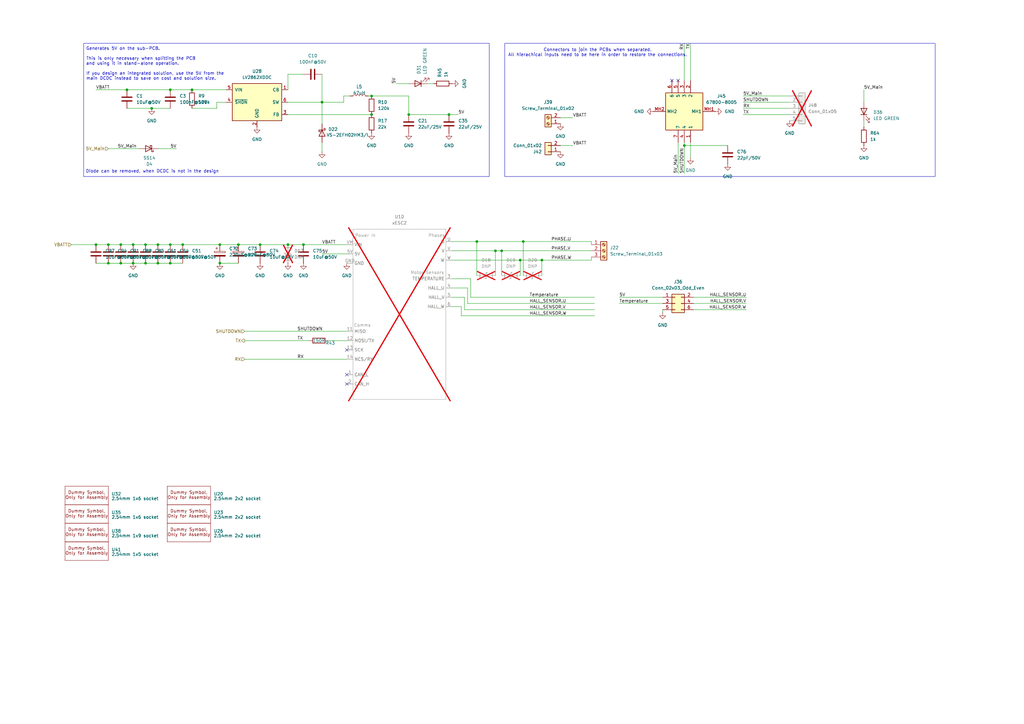
<source format=kicad_sch>
(kicad_sch (version 20231120) (generator "eeschema") (generator_version "8.0")
  (paper "A3")
  (lib_symbols
    (symbol "Connector:Screw_Terminal_01x02" (pin_names (offset 1.016) hide)
      (property "Reference" "J" (at 0 2.54 0))
      (property "Value" "Screw_Terminal_01x02" (at 0 -5.08 0))
      (symbol "Screw_Terminal_01x02_1_1"
        (pin passive line (at -5.08 0 0) (length 3.81) (name "Pin_1") (number "1"))
        (pin passive line (at -5.08 -2.54 0) (length 3.81) (name "Pin_2") (number "2"))
      )
    )
    (symbol "Connector:Screw_Terminal_01x03" (pin_names (offset 1.016) hide)
      (property "Reference" "J" (at 0 5.08 0))
      (property "Value" "Screw_Terminal_01x03" (at 0 -5.08 0))
      (symbol "Screw_Terminal_01x03_1_1"
        (pin passive line (at -5.08 2.54 0) (length 3.81) (name "Pin_1") (number "1"))
        (pin passive line (at -5.08 0 0) (length 3.81) (name "Pin_2") (number "2"))
        (pin passive line (at -5.08 -2.54 0) (length 3.81) (name "Pin_3") (number "3"))
      )
    )
    (symbol "Connector_Generic:Conn_01x02" (pin_names (offset 1.016) hide)
      (property "Reference" "J" (at 0 2.54 0))
      (property "Value" "Conn_01x02" (at 0 -5.08 0))
      (symbol "Conn_01x02_1_1"
        (pin passive line (at -5.08 0 0) (length 3.81) (name "Pin_1") (number "1"))
        (pin passive line (at -5.08 -2.54 0) (length 3.81) (name "Pin_2") (number "2"))
      )
    )
    (symbol "Connector_Generic:Conn_01x05" (pin_names (offset 1.016) hide)
      (property "Reference" "J" (at 0 7.62 0))
      (property "Value" "Conn_01x05" (at 0 -7.62 0))
      (symbol "Conn_01x05_1_1"
        (pin passive line (at -5.08 5.08 0) (length 3.81) (name "Pin_1") (number "1"))
        (pin passive line (at -5.08 2.54 0) (length 3.81) (name "Pin_2") (number "2"))
        (pin passive line (at -5.08 0 0) (length 3.81) (name "Pin_3") (number "3"))
        (pin passive line (at -5.08 -2.54 0) (length 3.81) (name "Pin_4") (number "4"))
        (pin passive line (at -5.08 -5.08 0) (length 3.81) (name "Pin_5") (number "5"))
      )
    )
    (symbol "Connector_Generic:Conn_02x03_Odd_Even" (pin_names (offset 1.016) hide)
      (property "Reference" "J" (at 1.27 5.08 0))
      (property "Value" "Conn_02x03_Odd_Even" (at 1.27 -5.08 0))
      (symbol "Conn_02x03_Odd_Even_1_1"
        (pin passive line (at -5.08 2.54 0) (length 3.81) (name "Pin_1") (number "1"))
        (pin passive line (at 7.62 2.54 180) (length 3.81) (name "Pin_2") (number "2"))
        (pin passive line (at -5.08 0 0) (length 3.81) (name "Pin_3") (number "3"))
        (pin passive line (at 7.62 0 180) (length 3.81) (name "Pin_4") (number "4"))
        (pin passive line (at -5.08 -2.54 0) (length 3.81) (name "Pin_5") (number "5"))
        (pin passive line (at 7.62 -2.54 180) (length 3.81) (name "Pin_6") (number "6"))
      )
    )
    (symbol "Device:C" (pin_numbers hide) (pin_names (offset 0.254))
      (property "Reference" "C" (at 0.635 2.54 0))
      (property "Value" "C" (at 0.635 -2.54 0))
      (symbol "C_1_1"
        (pin passive line (at 0 3.81 270) (length 2.794) (name "~") (number "1"))
        (pin passive line (at 0 -3.81 90) (length 2.794) (name "~") (number "2"))
      )
    )
    (symbol "Device:C_Polarized" (pin_numbers hide) (pin_names (offset 0.254))
      (property "Reference" "C" (at 0.635 2.54 0))
      (property "Value" "C_Polarized" (at 0.635 -2.54 0))
      (symbol "C_Polarized_1_1"
        (pin passive line (at 0 3.81 270) (length 2.794) (name "~") (number "1"))
        (pin passive line (at 0 -3.81 90) (length 2.794) (name "~") (number "2"))
      )
    )
    (symbol "Device:D_Schottky" (pin_numbers hide) (pin_names (offset 1.016) hide)
      (property "Reference" "D" (at 0 2.54 0))
      (property "Value" "D_Schottky" (at 0 -2.54 0))
      (symbol "D_Schottky_1_1"
        (pin passive line (at -3.81 0 0) (length 2.54) (name "K") (number "1"))
        (pin passive line (at 3.81 0 180) (length 2.54) (name "A") (number "2"))
      )
    )
    (symbol "Device:D_TVS" (pin_numbers hide) (pin_names (offset 1.016) hide)
      (property "Reference" "D" (at 0 2.54 0))
      (property "Value" "D_TVS" (at 0 -2.54 0))
      (symbol "D_TVS_1_1"
        (pin passive line (at -3.81 0 0) (length 2.54) (name "A1") (number "1"))
        (pin passive line (at 3.81 0 180) (length 2.54) (name "A2") (number "2"))
      )
    )
    (symbol "Device:L" (pin_numbers hide) (pin_names (offset 1.016) hide)
      (property "Reference" "L" (at -1.27 0 90))
      (property "Value" "L" (at 1.905 0 90))
      (symbol "L_1_1"
        (pin passive line (at 0 3.81 270) (length 1.27) (name "1") (number "1"))
        (pin passive line (at 0 -3.81 90) (length 1.27) (name "2") (number "2"))
      )
    )
    (symbol "Device:LED" (pin_numbers hide) (pin_names (offset 1.016) hide)
      (property "Reference" "D" (at 0 2.54 0))
      (property "Value" "LED" (at 0 -2.54 0))
      (symbol "LED_1_1"
        (pin passive line (at -3.81 0 0) (length 2.54) (name "K") (number "1"))
        (pin passive line (at 3.81 0 180) (length 2.54) (name "A") (number "2"))
      )
    )
    (symbol "Device:R" (pin_numbers hide) (pin_names (offset 0))
      (property "Reference" "R" (at 2.032 0 90))
      (property "Value" "R" (at 0 0 90))
      (symbol "R_1_1"
        (pin passive line (at 0 3.81 270) (length 1.27) (name "~") (number "1"))
        (pin passive line (at 0 -3.81 90) (length 1.27) (name "~") (number "2"))
      )
    )
    (symbol "Diode:SS14" (pin_numbers hide) (pin_names (offset 1.016) hide)
      (property "Reference" "D" (at 0 2.54 0))
      (property "Value" "SS14" (at 0 -2.54 0))
      (symbol "SS14_1_1"
        (pin passive line (at -3.81 0 0) (length 2.54) (name "K") (number "1"))
        (pin passive line (at 3.81 0 180) (length 2.54) (name "A") (number "2"))
      )
    )
    (symbol "Regulator_Switching:LV2862XDDC" (pin_names (offset 1.016))
      (property "Reference" "U" (at -10.16 11.43 0))
      (property "Value" "LV2862XDDC" (at -10.16 8.89 0))
      (symbol "LV2862XDDC_1_1"
        (pin input line (at 12.7 5.08 180) (length 2.54) (name "CB") (number "1"))
        (pin power_in line (at 0 -10.16 90) (length 2.54) (name "GND") (number "2"))
        (pin input line (at 12.7 -5.08 180) (length 2.54) (name "FB") (number "3"))
        (pin input line (at -12.7 0 0) (length 2.54) (name "~{SHDN}") (number "4"))
        (pin power_in line (at -12.7 5.08 0) (length 2.54) (name "VIN") (number "5"))
        (pin output line (at 12.7 0 180) (length 2.54) (name "SW") (number "6"))
      )
    )
    (symbol "SATA-Molex-67800-8005:67800-8005"
      (property "Reference" "J" (at 21.59 12.7 0))
      (property "Value" "67800-8005" (at 21.59 10.16 0))
      (symbol "67800-8005_1_1"
        (pin passive line (at 15.24 -12.7 90) (length 5.08) (name "1") (number "1"))
        (pin passive line (at 15.24 12.7 270) (length 5.08) (name "2") (number "2"))
        (pin passive line (at 12.7 12.7 270) (length 5.08) (name "3") (number "3"))
        (pin passive line (at 12.7 -12.7 90) (length 5.08) (name "4") (number "4"))
        (pin passive line (at 10.16 12.7 270) (length 5.08) (name "5") (number "5"))
        (pin passive line (at 7.62 12.7 270) (length 5.08) (name "6") (number "6"))
        (pin passive line (at 10.16 -12.7 90) (length 5.08) (name "7") (number "7"))
        (pin passive line (at 25.4 0 180) (length 5.08) (name "MH1") (number "MH1"))
        (pin passive line (at 0 0 0) (length 5.08) (name "MH2") (number "MH2"))
      )
    )
    (symbol "power:GND" (power) (pin_numbers hide) (pin_names (offset 0) hide)
      (property "Value" "GND" (at 0 -3.81 0))
      (symbol "GND_1_1"
        (pin power_in line (at 0 0 270) (length 0) (name "~") (number "1"))
      )
    )
    (symbol "xESC2:xESC2"
      (property "Reference" "U" (at -2.54 -22.86 0))
      (property "Value" "xESC2" (at -2.54 -25.4 0))
      (symbol "xESC2_0_0"
        (text "Comms" (at -17.78 10.16 0) (effects (font (size 1.27 1.27))))
        (text "Motor Sensors" (at 8.89 31.75 0) (effects (font (size 1.27 1.27))))
        (text "Phases" (at 12.7 46.99 0) (effects (font (size 1.27 1.27))))
        (text "Power In" (at -16.51 46.99 0) (effects (font (size 1.27 1.27))))
      )
      (symbol "xESC2_1_1"
        (pin input line (at -24.13 -10.16 0) (length 2.54) (name "CAN_L") (number "1"))
        (pin input line (at -24.13 7.62 0) (length 2.54) (name "MISO") (number "11"))
        (pin input line (at -24.13 3.81 0) (length 2.54) (name "MOSI/TX") (number "12"))
        (pin input line (at -24.13 0 0) (length 2.54) (name "SCK") (number "13"))
        (pin input line (at -24.13 -3.81 0) (length 2.54) (name "NCS/RX") (number "14"))
        (pin input line (at -24.13 -13.97 0) (length 2.54) (name "CAN_H") (number "2"))
        (pin input line (at 19.05 29.21 180) (length 2.54) (name "TEMPERATURE") (number "3"))
        (pin input line (at 19.05 25.4 180) (length 2.54) (name "HALL_U") (number "4"))
        (pin input line (at 19.05 21.59 180) (length 2.54) (name "HALL_V") (number "5"))
        (pin input line (at -24.13 39.37 0) (length 2.54) (name "5V") (number "5V"))
        (pin input line (at 19.05 17.78 180) (length 2.54) (name "HALL_W") (number "6"))
        (pin input line (at -24.13 35.56 0) (length 2.54) (name "GND") (number "GND"))
        (pin output line (at 19.05 44.45 180) (length 2.54) (name "U") (number "U"))
        (pin output line (at 19.05 40.64 180) (length 2.54) (name "V") (number "V"))
        (pin input line (at -24.13 43.18 0) (length 2.54) (name "VIN") (number "VM"))
        (pin output line (at 19.05 36.83 180) (length 2.54) (name "W") (number "W"))
      )
    )
    (symbol "xtech:Dummy"
      (property "Reference" "U" (at 0 0 0))
      (symbol "Dummy_1_1"
        (text "Dummy Symbol,\nOnly for Assembly" (at 8.89 4.064 0) (effects (font (size 1.27 1.27))))
      )
    )
  )
  (junction (at 54.61 100.33))
  (junction (at 44.45 100.33))
  (junction (at 203.2 102.87))
  (junction (at 124.46 100.33))
  (junction (at 69.85 107.95))
  (junction (at 132.08 41.91))
  (junction (at 39.37 100.33))
  (junction (at 52.07 36.83))
  (junction (at 64.77 100.33))
  (junction (at 152.4 46.99))
  (junction (at 152.4 39.37))
  (junction (at 64.77 107.95))
  (junction (at 118.11 100.33))
  (junction (at 167.64 46.99))
  (junction (at 59.69 100.33))
  (junction (at 59.69 107.95))
  (junction (at 106.68 100.33))
  (junction (at 69.85 100.33))
  (junction (at 97.79 100.33))
  (junction (at 214.63 99.06))
  (junction (at 54.61 107.95))
  (junction (at 195.58 99.06))
  (junction (at 62.23 44.45))
  (junction (at 280.67 59.69))
  (junction (at 184.15 46.99))
  (junction (at 44.45 107.95))
  (junction (at 49.53 107.95))
  (junction (at 205.74 102.87))
  (junction (at 49.53 100.33))
  (junction (at 90.17 100.33))
  (junction (at 69.85 36.83))
  (junction (at 213.36 106.68))
  (junction (at 222.25 106.68))
  (junction (at 78.74 36.83))
  (junction (at 90.17 107.95))
  (junction (at 74.93 100.33))
  (no_connect (at 142.24 153.67))
  (no_connect (at 142.24 143.51))
  (no_connect (at 275.59 33.02))
  (no_connect (at 278.13 33.02))
  (no_connect (at 142.24 157.48))
  (wire (pts (xy 304.8 44.45) (xy 323.85 44.45)))
  (wire (pts (xy 72.39 60.96) (xy 64.77 60.96)))
  (wire (pts (xy 140.97 41.91) (xy 132.08 41.91)))
  (wire (pts (xy 62.23 44.45) (xy 69.85 44.45)))
  (wire (pts (xy 354.33 36.83) (xy 354.33 41.91)))
  (wire (pts (xy 205.74 102.87) (xy 205.74 113.03)))
  (wire (pts (xy 229.87 48.26) (xy 234.95 48.26)))
  (wire (pts (xy 39.37 107.95) (xy 44.45 107.95)))
  (wire (pts (xy 354.33 49.53) (xy 354.33 52.07)))
  (wire (pts (xy 203.2 102.87) (xy 203.2 113.03)))
  (wire (pts (xy 185.42 102.87) (xy 203.2 102.87)))
  (wire (pts (xy 44.45 100.33) (xy 49.53 100.33)))
  (wire (pts (xy 189.23 125.73) (xy 189.23 129.54)))
  (wire (pts (xy 59.69 100.33) (xy 64.77 100.33)))
  (wire (pts (xy 242.57 99.06) (xy 242.57 100.33)))
  (wire (pts (xy 284.48 121.92) (xy 306.07 121.92)))
  (wire (pts (xy 175.26 34.29) (xy 177.8 34.29)))
  (wire (pts (xy 49.53 100.33) (xy 54.61 100.33)))
  (wire (pts (xy 69.85 100.33) (xy 74.93 100.33)))
  (wire (pts (xy 167.64 46.99) (xy 184.15 46.99)))
  (wire (pts (xy 132.08 41.91) (xy 132.08 30.48)))
  (wire (pts (xy 278.13 71.12) (xy 278.13 58.42)))
  (wire (pts (xy 214.63 99.06) (xy 242.57 99.06)))
  (wire (pts (xy 254 121.92) (xy 271.78 121.92)))
  (wire (pts (xy 118.11 41.91) (xy 132.08 41.91)))
  (wire (pts (xy 69.85 107.95) (xy 74.93 107.95)))
  (wire (pts (xy 195.58 99.06) (xy 214.63 99.06)))
  (wire (pts (xy 132.08 104.14) (xy 142.24 104.14)))
  (wire (pts (xy 78.74 36.83) (xy 92.71 36.83)))
  (wire (pts (xy 64.77 100.33) (xy 69.85 100.33)))
  (wire (pts (xy 152.4 39.37) (xy 167.64 39.37)))
  (wire (pts (xy 203.2 102.87) (xy 205.74 102.87)))
  (wire (pts (xy 90.17 100.33) (xy 97.79 100.33)))
  (wire (pts (xy 39.37 100.33) (xy 44.45 100.33)))
  (wire (pts (xy 271.78 127) (xy 271.78 128.27)))
  (wire (pts (xy 222.25 106.68) (xy 242.57 106.68)))
  (wire (pts (xy 283.21 64.77) (xy 283.21 58.42)))
  (wire (pts (xy 29.21 100.33) (xy 39.37 100.33)))
  (wire (pts (xy 306.07 127) (xy 284.48 127)))
  (wire (pts (xy 59.69 107.95) (xy 64.77 107.95)))
  (wire (pts (xy 191.77 118.11) (xy 191.77 124.46)))
  (wire (pts (xy 167.64 39.37) (xy 167.64 46.99)))
  (wire (pts (xy 52.07 36.83) (xy 69.85 36.83)))
  (wire (pts (xy 151.13 39.37) (xy 152.4 39.37)))
  (wire (pts (xy 134.62 139.7) (xy 142.24 139.7)))
  (wire (pts (xy 214.63 99.06) (xy 214.63 113.03)))
  (wire (pts (xy 64.77 107.95) (xy 69.85 107.95)))
  (wire (pts (xy 304.8 39.37) (xy 323.85 39.37)))
  (wire (pts (xy 118.11 46.99) (xy 152.4 46.99)))
  (wire (pts (xy 185.42 125.73) (xy 189.23 125.73)))
  (wire (pts (xy 190.5 127) (xy 243.84 127)))
  (wire (pts (xy 189.23 129.54) (xy 243.84 129.54)))
  (wire (pts (xy 100.33 135.89) (xy 142.24 135.89)))
  (wire (pts (xy 140.97 39.37) (xy 140.97 41.91)))
  (wire (pts (xy 283.21 17.78) (xy 283.21 33.02)))
  (wire (pts (xy 97.79 100.33) (xy 106.68 100.33)))
  (wire (pts (xy 185.42 106.68) (xy 213.36 106.68)))
  (wire (pts (xy 222.25 106.68) (xy 222.25 113.03)))
  (wire (pts (xy 132.08 58.42) (xy 132.08 62.23)))
  (wire (pts (xy 100.33 139.7) (xy 127 139.7)))
  (wire (pts (xy 124.46 100.33) (xy 142.24 100.33)))
  (wire (pts (xy 118.11 100.33) (xy 124.46 100.33)))
  (wire (pts (xy 52.07 44.45) (xy 62.23 44.45)))
  (wire (pts (xy 162.56 34.29) (xy 167.64 34.29)))
  (wire (pts (xy 44.45 60.96) (xy 57.15 60.96)))
  (wire (pts (xy 284.48 124.46) (xy 306.07 124.46)))
  (wire (pts (xy 106.68 100.33) (xy 118.11 100.33)))
  (wire (pts (xy 190.5 121.92) (xy 190.5 127)))
  (wire (pts (xy 185.42 99.06) (xy 195.58 99.06)))
  (wire (pts (xy 88.9 44.45) (xy 78.74 44.45)))
  (wire (pts (xy 195.58 99.06) (xy 195.58 113.03)))
  (wire (pts (xy 213.36 113.03) (xy 213.36 106.68)))
  (wire (pts (xy 100.33 147.32) (xy 142.24 147.32)))
  (wire (pts (xy 304.8 41.91) (xy 323.85 41.91)))
  (wire (pts (xy 304.8 46.99) (xy 323.85 46.99)))
  (wire (pts (xy 124.46 30.48) (xy 118.11 30.48)))
  (wire (pts (xy 280.67 58.42) (xy 280.67 59.69)))
  (wire (pts (xy 132.08 41.91) (xy 132.08 50.8)))
  (wire (pts (xy 184.15 46.99) (xy 187.96 46.99)))
  (wire (pts (xy 280.67 59.69) (xy 298.45 59.69)))
  (wire (pts (xy 191.77 124.46) (xy 243.84 124.46)))
  (wire (pts (xy 118.11 30.48) (xy 118.11 36.83)))
  (wire (pts (xy 280.67 59.69) (xy 280.67 71.12)))
  (wire (pts (xy 49.53 107.95) (xy 54.61 107.95)))
  (wire (pts (xy 193.04 114.3) (xy 193.04 121.92)))
  (wire (pts (xy 185.42 114.3) (xy 193.04 114.3)))
  (wire (pts (xy 242.57 106.68) (xy 242.57 105.41)))
  (wire (pts (xy 74.93 100.33) (xy 90.17 100.33)))
  (wire (pts (xy 280.67 17.78) (xy 280.67 33.02)))
  (wire (pts (xy 90.17 107.95) (xy 97.79 107.95)))
  (wire (pts (xy 92.71 41.91) (xy 88.9 41.91)))
  (wire (pts (xy 39.37 36.83) (xy 52.07 36.83)))
  (wire (pts (xy 54.61 100.33) (xy 59.69 100.33)))
  (wire (pts (xy 44.45 107.95) (xy 49.53 107.95)))
  (wire (pts (xy 140.97 39.37) (xy 143.51 39.37)))
  (wire (pts (xy 185.42 121.92) (xy 190.5 121.92)))
  (wire (pts (xy 54.61 107.95) (xy 59.69 107.95)))
  (wire (pts (xy 254 124.46) (xy 271.78 124.46)))
  (wire (pts (xy 88.9 41.91) (xy 88.9 44.45)))
  (wire (pts (xy 69.85 36.83) (xy 78.74 36.83)))
  (wire (pts (xy 213.36 106.68) (xy 222.25 106.68)))
  (wire (pts (xy 193.04 121.92) (xy 243.84 121.92)))
  (wire (pts (xy 205.74 102.87) (xy 242.57 102.87)))
  (wire (pts (xy 229.87 59.69) (xy 234.95 59.69)))
  (wire (pts (xy 185.42 118.11) (xy 191.77 118.11)))
  (rectangle (start 34.29 17.78) (end 200.66 72.39))
  (rectangle (start 207.01 17.78) (end 383.54 72.39))
  (text "Diode can be removed, when DCDC is not in the design" (at 62.484 70.358 0) (effects (font (size 1.27 1.27))))
  (text "Connectors to join the PCBs when separated.\nAll hierachical inputs need to be here in order to restore the connections." (at 245.11 21.59 0) (effects (font (size 1.27 1.27))))
  (text "Generates 5V on the sub-PCB.\n\nThis is only necessary when splitting the PCB \nand using it in stand-alone operation.\n\nIf you design an integrated solution, use the 5V from the \nmain DCDC instead to save on cost and solution size." (at 35.306 26.162 0) (effects (font (size 1.27 1.27)) (justify left)))
  (label "5V_Main" (at 354.33 36.83 0))
  (label "RX" (at 304.8 44.45 0))
  (label "SHUTDOWN" (at 280.67 71.12 90))
  (label "HALL_SENSOR.W" (at 217.17 129.54 0))
  (label "PHASE.W" (at 226.06 106.68 0))
  (label "HALL_SENSOR.U" (at 217.17 124.46 0))
  (label "5V" (at 132.08 104.14 0))
  (label "PHASE.V" (at 226.06 102.87 0))
  (label "PHASE.U" (at 226.06 99.06 0))
  (label "VBATT" (at 132.08 100.33 0))
  (label "VBATT" (at 234.95 59.69 0))
  (label "TX" (at 121.92 139.7 0))
  (label "VBATT" (at 39.37 36.83 0))
  (label "TX" (at 283.21 17.78 270))
  (label "HALL_SENSOR.U" (at 306.07 121.92 180))
  (label "HALL_SENSOR.V" (at 306.07 124.46 180))
  (label "HALL_SENSOR.V" (at 217.17 127 0))
  (label "HALL_SENSOR.W" (at 306.07 127 180))
  (label "RX" (at 121.92 147.32 0))
  (label "TX" (at 304.8 46.99 0))
  (label "VBATT" (at 234.95 48.26 0))
  (label "Temperature" (at 217.17 121.92 0))
  (label "5V_Main" (at 278.13 71.12 90))
  (label "5V" (at 187.96 46.99 0))
  (label "5V" (at 72.39 60.96 180))
  (label "SHUTDOWN" (at 121.92 135.89 0))
  (label "5V" (at 162.56 34.29 90))
  (label "5V_Main" (at 304.8 39.37 0))
  (label "5V" (at 254 121.92 0))
  (label "SHUTDOWN" (at 304.8 41.91 0))
  (label "RX" (at 280.67 17.78 270))
  (label "5V_Main" (at 48.26 60.96 0))
  (label "Temperature" (at 254 124.46 0))
  (hierarchical_label "RX" (shape input) (at 100.33 147.32 180))
  (hierarchical_label "VBATT" (shape input) (at 29.21 100.33 180))
  (hierarchical_label "5V_Main" (shape input) (at 44.45 60.96 180))
  (hierarchical_label "SHUTDOWN" (shape input) (at 100.33 135.89 180))
  (hierarchical_label "TX" (shape output) (at 100.33 139.7 180))
  (symbol (lib_id "power:GND") (at 354.33 59.69 0) (unit 1)
    (property "Reference" "#PWR029" (effects (hide yes)))
    (property "Value" "GND" (at 354.33 64.77 0))
    (property "Description" "Power symbol creates a global label with name \"GND\" , ground" (effects (hide yes)))
    (instances (project "hw-openmower-universal" (path "" (reference "#PWR029") (unit 1)) (path "" (reference "#PWR030") (unit 1)) (path "" (reference "#PWR061") (unit 1))))
  )
  (symbol (lib_id "Diode:SS14") (at 60.96 60.96 180) (unit 1)
    (property "Reference" "D4" (at 61.2775 67.31 0))
    (property "Value" "SS14" (at 61.2775 64.77 0))
    (property "Footprint" "Diode_SMD:D_SMA" (effects (hide yes)))
    (property "Datasheet" "https://www.vishay.com/docs/88746/ss12.pdf" (effects (hide yes)))
    (property "Description" "40V 1A Schottky Diode, SMA" (effects (hide yes)))
    (property "JLC" "C2480" (effects (hide yes)))
    (instances (project "hw-openmower-universal" (path "" (reference "D4") (unit 1)) (path "" (reference "D24") (unit 1)) (path "" (reference "D28") (unit 1))))
  )
  (symbol (lib_id "Device:LED") (at 171.45 34.29 180) (unit 1)
    (property "Reference" "D31" (at 171.7674 30.48 90) (effects (justify right)))
    (property "Value" "LED GREEN" (at 174.3074 30.48 90) (effects (justify right)))
    (property "Footprint" "LED_SMD:LED_0805_2012Metric" (effects (hide yes)))
    (property "Description" "Light emitting diode" (effects (hide yes)))
    (property "JLC" "C2297" (effects (hide yes)))
    (instances (project "hw-openmower-universal" (path "" (reference "D31") (unit 1)) (path "" (reference "D32") (unit 1)) (path "" (reference "D33") (unit 1))))
  )
  (symbol (lib_id "Device:C") (at 39.37 104.14 0) (unit 1)
    (property "Reference" "C97" (at 43.18 102.8699 0) (effects (justify left)))
    (property "Value" "10uF@50V" (at 43.18 105.4099 0) (effects (justify left)))
    (property "Footprint" "Capacitor_SMD:C_1206_3216Metric" (effects (hide yes)))
    (property "Description" "Unpolarized capacitor" (effects (hide yes)))
    (property "JLC" "C13585" (effects (hide yes)))
    (instances (project "hw-openmower-universal" (path "" (reference "C97") (unit 1)) (path "" (reference "C98") (unit 1)) (path "" (reference "C99") (unit 1))))
  )
  (symbol (lib_id "xtech:Dummy") (at 26.67 229.87 0) (unit 1)
    (property "Reference" "U41" (at 45.72 225.4249 0) (effects (justify left)))
    (property "Value" "2.54mm 1x5 socket" (at 45.72 227.33 0) (effects (justify left)))
    (property "Footprint" "xtech:Dummy" (effects (hide yes)))
    (property "JLC" "C7509517" (effects (hide yes)))
    (instances (project "hw-openmower-universal" (path "" (reference "U41") (unit 1)) (path "" (reference "U39") (unit 1)) (path "" (reference "U40") (unit 1))))
  )
  (symbol (lib_id "power:GND") (at 184.15 54.61 0) (unit 1)
    (property "Reference" "#PWR035" (effects (hide yes)))
    (property "Value" "GND" (at 184.15 59.69 0))
    (property "Description" "Power symbol creates a global label with name \"GND\" , ground" (effects (hide yes)))
    (instances (project "hw-openmower-universal" (path "" (reference "#PWR035") (unit 1)) (path "" (reference "#PWR069") (unit 1)) (path "" (reference "#PWR079") (unit 1))))
  )
  (symbol (lib_id "Device:D_TVS") (at 118.11 104.14 90) (unit 1) (dnp yes)
    (property "Reference" "D17" (at 120.65 102.8699 90) (effects (justify right)))
    (property "Value" "DNP" (at 120.65 105.4099 90) (effects (justify right)))
    (property "Footprint" "Diode_SMD:D_SMA" (effects (hide yes)))
    (property "Config" "do not place" (effects (hide yes)))
    (property "DNP" "Y" (effects (hide yes)))
    (instances (project "hw-openmower-universal" (path "" (reference "D17") (unit 1)) (path "" (reference "D7") (unit 1)) (path "" (reference "D11") (unit 1))))
  )
  (symbol (lib_id "xESC2:xESC2") (at 166.37 143.51 0) (unit 1) (dnp yes)
    (property "Reference" "U10" (at 163.83 88.9 0))
    (property "Value" "xESC2" (at 163.83 91.44 0))
    (property "Footprint" "xtech:xESC2-mini" (effects (hide yes)))
    (instances (project "hw-openmower-universal" (path "" (reference "U10") (unit 1)) (path "" (reference "U8") (unit 1)) (path "" (reference "U9") (unit 1))))
  )
  (symbol (lib_id "Regulator_Switching:LV2862XDDC") (at 105.41 41.91 0) (unit 1)
    (property "Reference" "U28" (at 105.41 29.21 0))
    (property "Value" "LV2862XDDC" (at 105.41 31.75 0))
    (property "Footprint" "Package_TO_SOT_SMD:SOT-23-6" (effects (hide yes)))
    (property "Datasheet" "https://www.ti.com/lit/ds/symlink/lv2862.pdf" (effects (hide yes)))
    (property "Description" "60V, 0.6A, stepdown, DC/DC converter, 770kHz" (effects (hide yes)))
    (property "JLC" "C3200285" (effects (hide yes)))
    (instances (project "hw-openmower-universal" (path "" (reference "U28") (unit 1)) (path "" (reference "U29") (unit 1)) (path "" (reference "U47") (unit 1))))
  )
  (symbol (lib_id "power:GND") (at 185.42 34.29 90) (unit 1)
    (property "Reference" "#PWR026" (effects (hide yes)))
    (property "Value" "GND" (at 190.5 34.29 0))
    (property "Description" "Power symbol creates a global label with name \"GND\" , ground" (effects (hide yes)))
    (instances (project "hw-openmower-universal" (path "" (reference "#PWR026") (unit 1)) (path "" (reference "#PWR027") (unit 1)) (path "" (reference "#PWR028") (unit 1))))
  )
  (symbol (lib_id "Device:C") (at 298.45 63.5 0) (unit 1)
    (property "Reference" "C76" (at 302.26 62.2299 0) (effects (justify left)))
    (property "Value" "22pF/50V" (at 302.26 64.7699 0) (effects (justify left)))
    (property "Footprint" "Capacitor_SMD:C_0603_1608Metric" (effects (hide yes)))
    (property "Description" "Unpolarized capacitor" (effects (hide yes)))
    (property "JLC" "C1653" (effects (hide yes)))
    (instances (project "hw-openmower-universal" (path "" (reference "C76") (unit 1)) (path "" (reference "C109") (unit 1)) (path "" (reference "C110") (unit 1))))
  )
  (symbol (lib_id "Device:D_TVS") (at 218.44 113.03 180) (unit 1) (dnp yes)
    (property "Reference" "D20" (at 218.44 106.68 0))
    (property "Value" "DNP" (at 218.44 109.22 0))
    (property "Footprint" "Diode_SMD:D_SMB" (effects (hide yes)))
    (property "Config" "do not place" (effects (hide yes)))
    (property "DNP" "Y" (effects (hide yes)))
    (instances (project "hw-openmower-universal" (path "" (reference "D20") (unit 1)) (path "" (reference "D10") (unit 1)) (path "" (reference "D14") (unit 1))))
  )
  (symbol (lib_id "xtech:Dummy") (at 68.58 207.01 0) (unit 1)
    (property "Reference" "U20" (at 87.63 202.5649 0) (effects (justify left)))
    (property "Value" "2.54mm 2x2 socket" (at 87.63 204.47 0) (effects (justify left)))
    (property "Footprint" "xtech:Dummy" (effects (hide yes)))
    (property "JLC" "C92273" (effects (hide yes)))
    (instances (project "hw-openmower-universal" (path "" (reference "U20") (unit 1)) (path "" (reference "U18") (unit 1)) (path "" (reference "U19") (unit 1))))
  )
  (symbol (lib_id "Device:C") (at 128.27 30.48 270) (unit 1)
    (property "Reference" "C10" (at 128.27 22.86 90))
    (property "Value" "100nF@50V" (at 128.27 25.4 90))
    (property "Footprint" "Capacitor_SMD:C_0402_1005Metric" (effects (hide yes)))
    (property "Description" "Unpolarized capacitor" (effects (hide yes)))
    (property "JLC" "C307331" (effects (hide yes)))
    (instances (project "hw-openmower-universal" (path "" (reference "C10") (unit 1)) (path "" (reference "C101") (unit 1)) (path "" (reference "C106") (unit 1))))
  )
  (symbol (lib_id "power:GND") (at 267.97 45.72 270) (unit 1)
    (property "Reference" "#PWR094" (effects (hide yes)))
    (property "Value" "GND" (at 264.16 45.7199 90) (effects (justify right)))
    (property "Description" "Power symbol creates a global label with name \"GND\" , ground" (effects (hide yes)))
    (instances (project "hw-openmower-universal" (path "" (reference "#PWR094") (unit 1)) (path "" (reference "#PWR095") (unit 1)) (path "" (reference "#PWR096") (unit 1))))
  )
  (symbol (lib_id "power:GND") (at 271.78 128.27 0) (mirror y) (unit 1)
    (property "Reference" "#PWR085" (effects (hide yes)))
    (property "Value" "GND" (at 271.78 133.35 0))
    (property "Description" "Power symbol creates a global label with name \"GND\" , ground" (effects (hide yes)))
    (instances (project "hw-openmower-universal" (path "" (reference "#PWR085") (unit 1)) (path "" (reference "#PWR086") (unit 1)) (path "" (reference "#PWR087") (unit 1))))
  )
  (symbol (lib_id "Device:R") (at 78.74 40.64 0) (unit 1)
    (property "Reference" "R9" (at 81.28 39.3699 0) (effects (justify left)))
    (property "Value" "100k" (at 81.28 41.9099 0) (effects (justify left)))
    (property "Footprint" "Resistor_SMD:R_0402_1005Metric" (effects (hide yes)))
    (property "Description" "Resistor" (effects (hide yes)))
    (property "JLC" "C25741" (effects (hide yes)))
    (instances (project "hw-openmower-universal" (path "" (reference "R9") (unit 1)) (path "" (reference "R27") (unit 1)) (path "" (reference "R30") (unit 1))))
  )
  (symbol (lib_id "Device:C") (at 124.46 104.14 0) (unit 1)
    (property "Reference" "C75" (at 128.27 102.8699 0) (effects (justify left)))
    (property "Value" "10uF@50V" (at 128.27 105.4099 0) (effects (justify left)))
    (property "Footprint" "Capacitor_SMD:C_1206_3216Metric" (effects (hide yes)))
    (property "Description" "Unpolarized capacitor" (effects (hide yes)))
    (property "JLC" "C13585" (effects (hide yes)))
    (instances (project "hw-openmower-universal" (path "" (reference "C75") (unit 1)) (path "" (reference "C67") (unit 1)) (path "" (reference "C71") (unit 1))))
  )
  (symbol (lib_id "Device:C") (at 69.85 40.64 0) (unit 1)
    (property "Reference" "C3" (at 73.66 39.3699 0) (effects (justify left)))
    (property "Value" "100nF@50V" (at 73.66 41.9099 0) (effects (justify left)))
    (property "Footprint" "Capacitor_SMD:C_0402_1005Metric" (effects (hide yes)))
    (property "Description" "Unpolarized capacitor" (effects (hide yes)))
    (property "JLC" "C307331" (effects (hide yes)))
    (instances (project "hw-openmower-universal" (path "" (reference "C3") (unit 1)) (path "" (reference "C100") (unit 1)) (path "" (reference "C105") (unit 1))))
  )
  (symbol (lib_id "power:GND") (at 62.23 44.45 0) (unit 1)
    (property "Reference" "#PWR01" (effects (hide yes)))
    (property "Value" "GND" (at 62.23 49.53 0))
    (property "Description" "Power symbol creates a global label with name \"GND\" , ground" (effects (hide yes)))
    (instances (project "hw-openmower-universal" (path "" (reference "#PWR01") (unit 1)) (path "" (reference "#PWR036") (unit 1)) (path "" (reference "#PWR070") (unit 1))))
  )
  (symbol (lib_id "xtech:Dummy") (at 26.67 222.25 0) (unit 1)
    (property "Reference" "U38" (at 45.72 217.8049 0) (effects (justify left)))
    (property "Value" "2.54mm 1x9 socket" (at 45.72 219.71 0) (effects (justify left)))
    (property "Footprint" "xtech:Dummy" (effects (hide yes)))
    (property "JLC" "C7509520" (effects (hide yes)))
    (instances (project "hw-openmower-universal" (path "" (reference "U38") (unit 1)) (path "" (reference "U36") (unit 1)) (path "" (reference "U37") (unit 1))))
  )
  (symbol (lib_id "power:GND") (at 132.08 62.23 0) (unit 1)
    (property "Reference" "#PWR021" (effects (hide yes)))
    (property "Value" "GND" (at 132.08 67.31 0))
    (property "Description" "Power symbol creates a global label with name \"GND\" , ground" (effects (hide yes)))
    (instances (project "hw-openmower-universal" (path "" (reference "#PWR021") (unit 1)) (path "" (reference "#PWR066") (unit 1)) (path "" (reference "#PWR073") (unit 1))))
  )
  (symbol (lib_id "Device:C") (at 64.77 104.14 0) (unit 1)
    (property "Reference" "C61" (at 68.58 102.8699 0) (effects (justify left)))
    (property "Value" "10uF@50V" (at 68.58 105.4099 0) (effects (justify left)))
    (property "Footprint" "Capacitor_SMD:C_1206_3216Metric" (effects (hide yes)))
    (property "Description" "Unpolarized capacitor" (effects (hide yes)))
    (property "JLC" "C13585" (effects (hide yes)))
    (instances (project "hw-openmower-universal" (path "" (reference "C61") (unit 1)) (path "" (reference "C62") (unit 1)) (path "" (reference "C77") (unit 1))))
  )
  (symbol (lib_id "power:GND") (at 142.24 107.95 0) (unit 1)
    (property "Reference" "#PWR0137" (effects (hide yes)))
    (property "Value" "GND" (at 142.24 113.03 0))
    (property "Description" "Power symbol creates a global label with name \"GND\" , ground" (effects (hide yes)))
    (instances (project "hw-openmower-universal" (path "" (reference "#PWR0137") (unit 1)) (path "" (reference "#PWR0125") (unit 1)) (path "" (reference "#PWR0131") (unit 1))))
  )
  (symbol (lib_id "power:GND") (at 298.45 67.31 0) (unit 1)
    (property "Reference" "#PWR0157" (effects (hide yes)))
    (property "Value" "GND" (at 298.45 72.39 0))
    (property "Description" "Power symbol creates a global label with name \"GND\" , ground" (effects (hide yes)))
    (instances (project "hw-openmower-universal" (path "" (reference "#PWR0157") (unit 1)) (path "" (reference "#PWR0159") (unit 1)) (path "" (reference "#PWR0160") (unit 1))))
  )
  (symbol (lib_id "Device:L") (at 147.32 39.37 90) (unit 1)
    (property "Reference" "L5" (at 147.32 35.56 90))
    (property "Value" "47uH" (at 147.32 38.1 90))
    (property "Footprint" "Inductor_SMD:L_Sunlord_SWPA5040S" (effects (hide yes)))
    (property "Description" "Inductor" (effects (hide yes)))
    (property "JLC" "C86617" (effects (hide yes)))
    (instances (project "hw-openmower-universal" (path "" (reference "L5") (unit 1)) (path "" (reference "L6") (unit 1)) (path "" (reference "L7") (unit 1))))
  )
  (symbol (lib_id "xtech:Dummy") (at 26.67 214.63 0) (unit 1)
    (property "Reference" "U35" (at 45.72 210.1849 0) (effects (justify left)))
    (property "Value" "2.54mm 1x6 socket" (at 45.72 212.09 0) (effects (justify left)))
    (property "Footprint" "xtech:Dummy" (effects (hide yes)))
    (property "JLC" "C7509518" (effects (hide yes)))
    (instances (project "hw-openmower-universal" (path "" (reference "U35") (unit 1)) (path "" (reference "U33") (unit 1)) (path "" (reference "U34") (unit 1))))
  )
  (symbol (lib_id "xtech:Dummy") (at 26.67 207.01 0) (unit 1)
    (property "Reference" "U32" (at 45.72 202.5649 0) (effects (justify left)))
    (property "Value" "2.54mm 1x6 socket" (at 45.72 204.47 0) (effects (justify left)))
    (property "Footprint" "xtech:Dummy" (effects (hide yes)))
    (property "JLC" "C7509518" (effects (hide yes)))
    (instances (project "hw-openmower-universal" (path "" (reference "U32") (unit 1)) (path "" (reference "U30") (unit 1)) (path "" (reference "U31") (unit 1))))
  )
  (symbol (lib_id "xtech:Dummy") (at 68.58 214.63 0) (unit 1)
    (property "Reference" "U23" (at 87.63 210.1849 0) (effects (justify left)))
    (property "Value" "2.54mm 2x2 socket" (at 87.63 212.09 0) (effects (justify left)))
    (property "Footprint" "xtech:Dummy" (effects (hide yes)))
    (property "JLC" "C92273" (effects (hide yes)))
    (instances (project "hw-openmower-universal" (path "" (reference "U23") (unit 1)) (path "" (reference "U21") (unit 1)) (path "" (reference "U22") (unit 1))))
  )
  (symbol (lib_id "SATA-Molex-67800-8005:67800-8005") (at 267.97 45.72 0) (unit 1)
    (property "Reference" "J45" (at 295.91 39.4014 0))
    (property "Value" "67800-8005" (at 295.91 41.9414 0))
    (property "Footprint" "SATA-Molex-67800-8005:SATA-Molex-67800-8005" (effects (hide yes)))
    (property "Datasheet" "https://www.molex.com/pdm_docs/sd/678008002_sd.pdf" (effects (hide yes)))
    (property "Description" "I/O Connectors 7Ckt Vert Signal Hdr w/tabs locking latch" (effects (hide yes)))
    (property "Height" "8.65" (effects (hide yes)))
    (property "Mouser Part Number" "538-67800-8005" (effects (hide yes)))
    (property "Mouser Price/Stock" "https://www.mouser.co.uk/ProductDetail/Molex/67800-8005?qs=D%252By4jQJzx8LhJdDBDe0z1w%3D%3D" (effects (hide yes)))
    (property "Manufacturer_Name" "Molex" (effects (hide yes)))
    (property "Manufacturer_Part_Number" "67800-8005" (effects (hide yes)))
    (property "JLC" "C7500843" (effects (hide yes)))
    (instances (project "hw-openmower-universal" (path "" (reference "J45") (unit 1)) (path "" (reference "J46") (unit 1)) (path "" (reference "J47") (unit 1))))
  )
  (symbol (lib_id "Device:R") (at 354.33 55.88 0) (unit 1)
    (property "Reference" "R64" (at 356.87 54.6099 0) (effects (justify left)))
    (property "Value" "1k" (at 356.87 57.1499 0) (effects (justify left)))
    (property "Footprint" "Resistor_SMD:R_0805_2012Metric" (effects (hide yes)))
    (property "Description" "Resistor" (effects (hide yes)))
    (property "JLC" "C17513" (effects (hide yes)))
    (instances (project "hw-openmower-universal" (path "" (reference "R64") (unit 1)) (path "" (reference "R65") (unit 1)) (path "" (reference "R78") (unit 1))))
  )
  (symbol (lib_id "Device:C") (at 54.61 104.14 0) (unit 1)
    (property "Reference" "C88" (at 58.42 102.8699 0) (effects (justify left)))
    (property "Value" "10uF@50V" (at 58.42 105.4099 0) (effects (justify left)))
    (property "Footprint" "Capacitor_SMD:C_1206_3216Metric" (effects (hide yes)))
    (property "Description" "Unpolarized capacitor" (effects (hide yes)))
    (property "JLC" "C13585" (effects (hide yes)))
    (instances (project "hw-openmower-universal" (path "" (reference "C88") (unit 1)) (path "" (reference "C89") (unit 1)) (path "" (reference "C90") (unit 1))))
  )
  (symbol (lib_id "Device:R") (at 152.4 43.18 0) (unit 1)
    (property "Reference" "R10" (at 154.94 41.9099 0) (effects (justify left)))
    (property "Value" "120k" (at 154.94 44.4499 0) (effects (justify left)))
    (property "Footprint" "Resistor_SMD:R_0603_1608Metric" (effects (hide yes)))
    (property "Description" "Resistor" (effects (hide yes)))
    (property "JLC" "C25808" (effects (hide yes)))
    (instances (project "hw-openmower-universal" (path "" (reference "R10") (unit 1)) (path "" (reference "R28") (unit 1)) (path "" (reference "R31") (unit 1))))
  )
  (symbol (lib_id "Device:LED") (at 354.33 45.72 90) (unit 1)
    (property "Reference" "D36" (at 358.14 46.0374 90) (effects (justify right)))
    (property "Value" "LED GREEN" (at 358.14 48.5774 90) (effects (justify right)))
    (property "Footprint" "LED_SMD:LED_0805_2012Metric" (effects (hide yes)))
    (property "Description" "Light emitting diode" (effects (hide yes)))
    (property "JLC" "C2297" (effects (hide yes)))
    (instances (project "hw-openmower-universal" (path "" (reference "D36") (unit 1)) (path "" (reference "D37") (unit 1)) (path "" (reference "D38") (unit 1))))
  )
  (symbol (lib_id "Connector_Generic:Conn_01x05") (at 328.93 44.45 0) (unit 1) (dnp yes)
    (property "Reference" "J48" (at 331.47 43.1799 0) (effects (justify left)))
    (property "Value" "Conn_01x05" (at 331.47 45.7199 0) (effects (justify left)))
    (property "Footprint" "Connector_PinHeader_2.54mm:PinHeader_1x05_P2.54mm_Vertical" (effects (hide yes)))
    (property "Description" "Generic connector, single row, 01x05, script generated (kicad-library-utils/schlib/autogen/connector/)" (effects (hide yes)))
    (instances (project "hw-openmower-universal" (path "" (reference "J48") (unit 1)) (path "" (reference "J49") (unit 1)) (path "" (reference "J50") (unit 1))))
  )
  (symbol (lib_id "Device:C") (at 59.69 104.14 0) (unit 1)
    (property "Reference" "C85" (at 63.5 102.8699 0) (effects (justify left)))
    (property "Value" "10uF@50V" (at 63.5 105.4099 0) (effects (justify left)))
    (property "Footprint" "Capacitor_SMD:C_1206_3216Metric" (effects (hide yes)))
    (property "Description" "Unpolarized capacitor" (effects (hide yes)))
    (property "JLC" "C13585" (effects (hide yes)))
    (instances (project "hw-openmower-universal" (path "" (reference "C85") (unit 1)) (path "" (reference "C86") (unit 1)) (path "" (reference "C87") (unit 1))))
  )
  (symbol (lib_id "power:GND") (at 106.68 107.95 0) (unit 1)
    (property "Reference" "#PWR0134" (effects (hide yes)))
    (property "Value" "GND" (at 106.68 113.03 0))
    (property "Description" "Power symbol creates a global label with name \"GND\" , ground" (effects (hide yes)))
    (instances (project "hw-openmower-universal" (path "" (reference "#PWR0134") (unit 1)) (path "" (reference "#PWR0122") (unit 1)) (path "" (reference "#PWR0128") (unit 1))))
  )
  (symbol (lib_id "Device:C") (at 167.64 50.8 0) (unit 1)
    (property "Reference" "C21" (at 171.45 49.5299 0) (effects (justify left)))
    (property "Value" "22uF/25V" (at 171.45 52.0699 0) (effects (justify left)))
    (property "Footprint" "Capacitor_SMD:C_0805_2012Metric" (effects (hide yes)))
    (property "Description" "Unpolarized capacitor" (effects (hide yes)))
    (property "JLC" "C45783" (effects (hide yes)))
    (instances (project "hw-openmower-universal" (path "" (reference "C21") (unit 1)) (path "" (reference "C102") (unit 1)) (path "" (reference "C107") (unit 1))))
  )
  (symbol (lib_id "Device:C") (at 52.07 40.64 0) (unit 1)
    (property "Reference" "C1" (at 55.88 39.3699 0) (effects (justify left)))
    (property "Value" "10uF@50V" (at 55.88 41.9099 0) (effects (justify left)))
    (property "Footprint" "Capacitor_SMD:C_1206_3216Metric" (effects (hide yes)))
    (property "Description" "Unpolarized capacitor" (effects (hide yes)))
    (property "JLC" "C13585" (effects (hide yes)))
    (instances (project "hw-openmower-universal" (path "" (reference "C1") (unit 1)) (path "" (reference "C36") (unit 1)) (path "" (reference "C104") (unit 1))))
  )
  (symbol (lib_id "Connector:Screw_Terminal_01x02") (at 224.79 50.8 180) (unit 1)
    (property "Reference" "J39" (at 224.79 41.91 0))
    (property "Value" "Screw_Terminal_01x02" (at 224.79 44.45 0))
    (property "Footprint" "TerminalBlock_Phoenix:TerminalBlock_Phoenix_MKDS-1,5-2-5.08_1x02_P5.08mm_Horizontal" (effects (hide yes)))
    (property "Description" "Generic screw terminal, single row, 01x02, script generated (kicad-library-utils/schlib/autogen/connector/)" (effects (hide yes)))
    (property "JLC" "C557665" (effects (hide yes)))
    (instances (project "hw-openmower-universal" (path "" (reference "J39") (unit 1)) (path "" (reference "J40") (unit 1)) (path "" (reference "J41") (unit 1))))
  )
  (symbol (lib_id "power:GND") (at 105.41 52.07 0) (unit 1)
    (property "Reference" "#PWR010" (effects (hide yes)))
    (property "Value" "GND" (at 105.41 57.15 0))
    (property "Description" "Power symbol creates a global label with name \"GND\" , ground" (effects (hide yes)))
    (instances (project "hw-openmower-universal" (path "" (reference "#PWR010") (unit 1)) (path "" (reference "#PWR037") (unit 1)) (path "" (reference "#PWR072") (unit 1))))
  )
  (symbol (lib_id "power:GND") (at 293.37 45.72 90) (unit 1)
    (property "Reference" "#PWR097" (effects (hide yes)))
    (property "Value" "GND" (at 297.18 45.7199 90) (effects (justify right)))
    (property "Description" "Power symbol creates a global label with name \"GND\" , ground" (effects (hide yes)))
    (instances (project "hw-openmower-universal" (path "" (reference "#PWR097") (unit 1)) (path "" (reference "#PWR098") (unit 1)) (path "" (reference "#PWR099") (unit 1))))
  )
  (symbol (lib_id "Device:C") (at 184.15 50.8 0) (unit 1)
    (property "Reference" "C35" (at 187.96 49.5299 0) (effects (justify left)))
    (property "Value" "22uF/25V" (at 187.96 52.0699 0) (effects (justify left)))
    (property "Footprint" "Capacitor_SMD:C_0805_2012Metric" (effects (hide yes)))
    (property "Description" "Unpolarized capacitor" (effects (hide yes)))
    (property "JLC" "C45783" (effects (hide yes)))
    (instances (project "hw-openmower-universal" (path "" (reference "C35") (unit 1)) (path "" (reference "C103") (unit 1)) (path "" (reference "C108") (unit 1))))
  )
  (symbol (lib_id "Connector:Screw_Terminal_01x03") (at 247.65 102.87 0) (unit 1)
    (property "Reference" "J22" (at 250.19 101.5999 0) (effects (justify left)))
    (property "Value" "Screw_Terminal_01x03" (at 250.19 104.1399 0) (effects (justify left)))
    (property "Footprint" "TerminalBlock_Phoenix:TerminalBlock_Phoenix_MKDS-1,5-3-5.08_1x03_P5.08mm_Horizontal" (effects (hide yes)))
    (property "Description" "Generic screw terminal, single row, 01x03, script generated (kicad-library-utils/schlib/autogen/connector/)" (effects (hide yes)))
    (property "JLC" "C557666" (effects (hide yes)))
    (instances (project "hw-openmower-universal" (path "" (reference "J22") (unit 1)) (path "" (reference "J34") (unit 1)) (path "" (reference "J35") (unit 1))))
  )
  (symbol (lib_id "Device:R") (at 130.81 139.7 90) (unit 1)
    (property "Reference" "R43" (at 137.414 140.716 90) (effects (justify left)))
    (property "Value" "150R" (at 133.35 139.7 90) (effects (justify left)))
    (property "Footprint" "Resistor_SMD:R_0603_1608Metric" (effects (hide yes)))
    (property "Description" "Resistor" (effects (hide yes)))
    (property "JLC" "C22808" (effects (hide yes)))
    (instances (project "hw-openmower-universal" (path "" (reference "R43") (unit 1)) (path "" (reference "R70") (unit 1)) (path "" (reference "R77") (unit 1))))
  )
  (symbol (lib_id "Device:C") (at 49.53 104.14 0) (unit 1)
    (property "Reference" "C91" (at 53.34 102.8699 0) (effects (justify left)))
    (property "Value" "10uF@50V" (at 53.34 105.4099 0) (effects (justify left)))
    (property "Footprint" "Capacitor_SMD:C_1206_3216Metric" (effects (hide yes)))
    (property "Description" "Unpolarized capacitor" (effects (hide yes)))
    (property "JLC" "C13585" (effects (hide yes)))
    (instances (project "hw-openmower-universal" (path "" (reference "C91") (unit 1)) (path "" (reference "C92") (unit 1)) (path "" (reference "C93") (unit 1))))
  )
  (symbol (lib_id "Connector_Generic:Conn_01x02") (at 224.79 62.23 180) (unit 1)
    (property "Reference" "J42" (at 222.25 62.2301 0) (effects (justify left)))
    (property "Value" "Conn_01x02" (at 222.25 59.6901 0) (effects (justify left)))
    (property "Footprint" "Connector_AMASS:AMASS_XT30U-M_1x02_P5.0mm_Vertical" (effects (hide yes)))
    (property "Description" "Generic connector, single row, 01x02, script generated (kicad-library-utils/schlib/autogen/connector/)" (effects (hide yes)))
    (property "JLC" "C99101" (effects (hide yes)))
    (instances (project "hw-openmower-universal" (path "" (reference "J42") (unit 1)) (path "" (reference "J43") (unit 1)) (path "" (reference "J44") (unit 1))))
  )
  (symbol (lib_id "Device:C") (at 74.93 104.14 0) (unit 1)
    (property "Reference" "C51" (at 78.74 102.8699 0) (effects (justify left)))
    (property "Value" "10uF@50V" (at 78.74 105.4099 0) (effects (justify left)))
    (property "Footprint" "Capacitor_SMD:C_1206_3216Metric" (effects (hide yes)))
    (property "Description" "Unpolarized capacitor" (effects (hide yes)))
    (property "JLC" "C13585" (effects (hide yes)))
    (instances (project "hw-openmower-universal" (path "" (reference "C51") (unit 1)) (path "" (reference "C52") (unit 1)) (path "" (reference "C53") (unit 1))))
  )
  (symbol (lib_id "Device:C_Polarized") (at 90.17 104.14 0) (unit 1)
    (property "Reference" "C72" (at 93.98 101.9809 0) (effects (justify left)))
    (property "Value" "220uF@80V" (at 93.98 104.5209 0) (effects (justify left)))
    (property "Footprint" "Capacitor_THT:CP_Radial_D10.0mm_P5.00mm" (effects (hide yes)))
    (property "Description" "Polarized capacitor" (effects (hide yes)))
    (property "JLC" "C106516" (effects (hide yes)))
    (instances (project "hw-openmower-universal" (path "" (reference "C72") (unit 1)) (path "" (reference "C64") (unit 1)) (path "" (reference "C68") (unit 1))))
  )
  (symbol (lib_id "power:GND") (at 229.87 50.8 0) (unit 1)
    (property "Reference" "#PWR088" (effects (hide yes)))
    (property "Value" "GND" (at 229.87 55.88 0))
    (property "Description" "Power symbol creates a global label with name \"GND\" , ground" (effects (hide yes)))
    (instances (project "hw-openmower-universal" (path "" (reference "#PWR088") (unit 1)) (path "" (reference "#PWR089") (unit 1)) (path "" (reference "#PWR090") (unit 1))))
  )
  (symbol (lib_id "Device:D_TVS") (at 199.39 113.03 180) (unit 1) (dnp yes)
    (property "Reference" "D18" (at 199.39 106.68 0))
    (property "Value" "DNP" (at 199.39 109.22 0))
    (property "Footprint" "Diode_SMD:D_SMB" (effects (hide yes)))
    (property "Config" "do not place" (effects (hide yes)))
    (property "DNP" "Y" (effects (hide yes)))
    (instances (project "hw-openmower-universal" (path "" (reference "D18") (unit 1)) (path "" (reference "D8") (unit 1)) (path "" (reference "D12") (unit 1))))
  )
  (symbol (lib_id "Device:D_Schottky") (at 132.08 54.61 270) (unit 1)
    (property "Reference" "D22" (at 134.62 53.0224 90) (effects (justify left)))
    (property "Value" "    VS-2EFH02HM3/I" (at 130.048 55.372 90) (effects (justify left)))
    (property "Footprint" "Diode_SMD:D_SMF" (effects (hide yes)))
    (property "Description" "Schottky diode" (effects (hide yes)))
    (property "JLC" "C241868" (effects (hide yes)))
    (instances (project "hw-openmower-universal" (path "" (reference "D22") (unit 1)) (path "" (reference "D27") (unit 1)) (path "" (reference "D30") (unit 1))))
  )
  (symbol (lib_id "Device:R") (at 152.4 50.8 0) (unit 1)
    (property "Reference" "R17" (at 154.94 49.5299 0) (effects (justify left)))
    (property "Value" "22k" (at 154.94 52.0699 0) (effects (justify left)))
    (property "Footprint" "Resistor_SMD:R_0603_1608Metric" (effects (hide yes)))
    (property "Description" "Resistor" (effects (hide yes)))
    (property "JLC" "C31850" (effects (hide yes)))
    (instances (project "hw-openmower-universal" (path "" (reference "R17") (unit 1)) (path "" (reference "R29") (unit 1)) (path "" (reference "R32") (unit 1))))
  )
  (symbol (lib_id "power:GND") (at 152.4 54.61 0) (unit 1)
    (property "Reference" "#PWR032" (effects (hide yes)))
    (property "Value" "GND" (at 152.4 59.69 0))
    (property "Description" "Power symbol creates a global label with name \"GND\" , ground" (effects (hide yes)))
    (instances (project "hw-openmower-universal" (path "" (reference "#PWR032") (unit 1)) (path "" (reference "#PWR067") (unit 1)) (path "" (reference "#PWR077") (unit 1))))
  )
  (symbol (lib_id "Connector_Generic:Conn_02x03_Odd_Even") (at 276.86 124.46 0) (unit 1)
    (property "Reference" "J36" (at 278.13 115.57 0))
    (property "Value" "Conn_02x03_Odd_Even" (at 278.13 118.11 0))
    (property "Footprint" "Connector_PinHeader_2.54mm:PinHeader_2x03_P2.54mm_Vertical" (effects (hide yes)))
    (property "Description" "Generic connector, double row, 02x03, odd/even pin numbering scheme (row 1 odd numbers, row 2 even numbers), script generated (kicad-library-utils/schlib/autogen/connector/)" (effects (hide yes)))
    (property "JLC" "C5383104" (effects (hide yes)))
    (instances (project "hw-openmower-universal" (path "" (reference "J36") (unit 1)) (path "" (reference "J37") (unit 1)) (path "" (reference "J38") (unit 1))))
  )
  (symbol (lib_id "Device:R") (at 181.61 34.29 90) (unit 1)
    (property "Reference" "R45" (at 180.3399 31.75 0) (effects (justify left)))
    (property "Value" "1k" (at 182.8799 31.75 0) (effects (justify left)))
    (property "Footprint" "Resistor_SMD:R_0805_2012Metric" (effects (hide yes)))
    (property "Description" "Resistor" (effects (hide yes)))
    (property "JLC" "C17513" (effects (hide yes)))
    (instances (project "hw-openmower-universal" (path "" (reference "R45") (unit 1)) (path "" (reference "R46") (unit 1)) (path "" (reference "R60") (unit 1))))
  )
  (symbol (lib_id "Device:C") (at 106.68 104.14 0) (unit 1)
    (property "Reference" "C74" (at 110.49 102.8699 0) (effects (justify left)))
    (property "Value" "10uF@50V" (at 110.49 105.4099 0) (effects (justify left)))
    (property "Footprint" "Capacitor_SMD:C_1206_3216Metric" (effects (hide yes)))
    (property "Description" "Unpolarized capacitor" (effects (hide yes)))
    (property "JLC" "C13585" (effects (hide yes)))
    (instances (project "hw-openmower-universal" (path "" (reference "C74") (unit 1)) (path "" (reference "C66") (unit 1)) (path "" (reference "C70") (unit 1))))
  )
  (symbol (lib_id "Device:C_Polarized") (at 97.79 104.14 0) (unit 1)
    (property "Reference" "C73" (at 101.6 101.9809 0) (effects (justify left)))
    (property "Value" "220uF@80V" (at 101.6 104.5209 0) (effects (justify left)))
    (property "Footprint" "Capacitor_THT:CP_Radial_D10.0mm_P5.00mm" (effects (hide yes)))
    (property "Description" "Polarized capacitor" (effects (hide yes)))
    (property "JLC" "C106516" (effects (hide yes)))
    (instances (project "hw-openmower-universal" (path "" (reference "C73") (unit 1)) (path "" (reference "C65") (unit 1)) (path "" (reference "C69") (unit 1))))
  )
  (symbol (lib_id "power:GND") (at 283.21 64.77 0) (unit 1)
    (property "Reference" "#PWR0100" (effects (hide yes)))
    (property "Value" "GND" (at 283.21 69.85 0))
    (property "Description" "Power symbol creates a global label with name \"GND\" , ground" (effects (hide yes)))
    (instances (project "hw-openmower-universal" (path "" (reference "#PWR0100") (unit 1)) (path "" (reference "#PWR0101") (unit 1)) (path "" (reference "#PWR0102") (unit 1))))
  )
  (symbol (lib_id "xtech:Dummy") (at 68.58 222.25 0) (unit 1)
    (property "Reference" "U26" (at 87.63 217.8049 0) (effects (justify left)))
    (property "Value" "2.54mm 2x2 socket" (at 87.63 219.71 0) (effects (justify left)))
    (property "Footprint" "xtech:Dummy" (effects (hide yes)))
    (property "JLC" "C92273" (effects (hide yes)))
    (instances (project "hw-openmower-universal" (path "" (reference "U26") (unit 1)) (path "" (reference "U24") (unit 1)) (path "" (reference "U25") (unit 1))))
  )
  (symbol (lib_id "power:GND") (at 124.46 107.95 0) (unit 1)
    (property "Reference" "#PWR0136" (effects (hide yes)))
    (property "Value" "GND" (at 124.46 113.03 0))
    (property "Description" "Power symbol creates a global label with name \"GND\" , ground" (effects (hide yes)))
    (instances (project "hw-openmower-universal" (path "" (reference "#PWR0136") (unit 1)) (path "" (reference "#PWR0124") (unit 1)) (path "" (reference "#PWR0130") (unit 1))))
  )
  (symbol (lib_id "Device:C") (at 44.45 104.14 0) (unit 1)
    (property "Reference" "C94" (at 48.26 102.8699 0) (effects (justify left)))
    (property "Value" "10uF@50V" (at 48.26 105.4099 0) (effects (justify left)))
    (property "Footprint" "Capacitor_SMD:C_1206_3216Metric" (effects (hide yes)))
    (property "Description" "Unpolarized capacitor" (effects (hide yes)))
    (property "JLC" "C13585" (effects (hide yes)))
    (instances (project "hw-openmower-universal" (path "" (reference "C94") (unit 1)) (path "" (reference "C95") (unit 1)) (path "" (reference "C96") (unit 1))))
  )
  (symbol (lib_id "Device:C") (at 69.85 104.14 0) (unit 1)
    (property "Reference" "C54" (at 73.66 102.8699 0) (effects (justify left)))
    (property "Value" "10uF@50V" (at 73.66 105.4099 0) (effects (justify left)))
    (property "Footprint" "Capacitor_SMD:C_1206_3216Metric" (effects (hide yes)))
    (property "Description" "Unpolarized capacitor" (effects (hide yes)))
    (property "JLC" "C13585" (effects (hide yes)))
    (instances (project "hw-openmower-universal" (path "" (reference "C54") (unit 1)) (path "" (reference "C57") (unit 1)) (path "" (reference "C60") (unit 1))))
  )
  (symbol (lib_id "power:GND") (at 118.11 107.95 0) (unit 1)
    (property "Reference" "#PWR0135" (effects (hide yes)))
    (property "Value" "GND" (at 118.11 113.03 0))
    (property "Description" "Power symbol creates a global label with name \"GND\" , ground" (effects (hide yes)))
    (instances (project "hw-openmower-universal" (path "" (reference "#PWR0135") (unit 1)) (path "" (reference "#PWR0123") (unit 1)) (path "" (reference "#PWR0129") (unit 1))))
  )
  (symbol (lib_id "power:GND") (at 323.85 49.53 0) (unit 1)
    (property "Reference" "#PWR0103" (effects (hide yes)))
    (property "Value" "GND" (at 323.85 54.61 0))
    (property "Description" "Power symbol creates a global label with name \"GND\" , ground" (effects (hide yes)))
    (instances (project "hw-openmower-universal" (path "" (reference "#PWR0103") (unit 1)) (path "" (reference "#PWR0104") (unit 1)) (path "" (reference "#PWR0105") (unit 1))))
  )
  (symbol (lib_id "power:GND") (at 90.17 107.95 0) (unit 1)
    (property "Reference" "#PWR0133" (effects (hide yes)))
    (property "Value" "GND" (at 90.17 113.03 0))
    (property "Description" "Power symbol creates a global label with name \"GND\" , ground" (effects (hide yes)))
    (instances (project "hw-openmower-universal" (path "" (reference "#PWR0133") (unit 1)) (path "" (reference "#PWR0121") (unit 1)) (path "" (reference "#PWR0127") (unit 1))))
  )
  (symbol (lib_id "Device:D_TVS") (at 209.55 113.03 180) (unit 1) (dnp yes)
    (property "Reference" "D19" (at 209.55 106.68 0))
    (property "Value" "DNP" (at 209.55 109.22 0))
    (property "Footprint" "Diode_SMD:D_SMB" (effects (hide yes)))
    (property "Config" "do not place" (effects (hide yes)))
    (property "DNP" "Y" (effects (hide yes)))
    (instances (project "hw-openmower-universal" (path "" (reference "D19") (unit 1)) (path "" (reference "D9") (unit 1)) (path "" (reference "D13") (unit 1))))
  )
  (symbol (lib_id "power:GND") (at 229.87 62.23 0) (unit 1)
    (property "Reference" "#PWR091" (effects (hide yes)))
    (property "Value" "GND" (at 229.87 67.31 0))
    (property "Description" "Power symbol creates a global label with name \"GND\" , ground" (effects (hide yes)))
    (instances (project "hw-openmower-universal" (path "" (reference "#PWR091") (unit 1)) (path "" (reference "#PWR092") (unit 1)) (path "" (reference "#PWR093") (unit 1))))
  )
  (symbol (lib_id "power:GND") (at 54.61 107.95 0) (unit 1)
    (property "Reference" "#PWR056" (effects (hide yes)))
    (property "Value" "GND" (at 54.61 113.03 0))
    (property "Description" "Power symbol creates a global label with name \"GND\" , ground" (effects (hide yes)))
    (instances (project "hw-openmower-universal" (path "" (reference "#PWR056") (unit 1)) (path "" (reference "#PWR057") (unit 1)) (path "" (reference "#PWR058") (unit 1))))
  )
  (symbol (lib_id "power:GND") (at 167.64 54.61 0) (unit 1)
    (property "Reference" "#PWR034" (effects (hide yes)))
    (property "Value" "GND" (at 167.64 59.69 0))
    (property "Description" "Power symbol creates a global label with name \"GND\" , ground" (effects (hide yes)))
    (instances (project "hw-openmower-universal" (path "" (reference "#PWR034") (unit 1)) (path "" (reference "#PWR068") (unit 1)) (path "" (reference "#PWR078") (unit 1))))
  )
)
</source>
